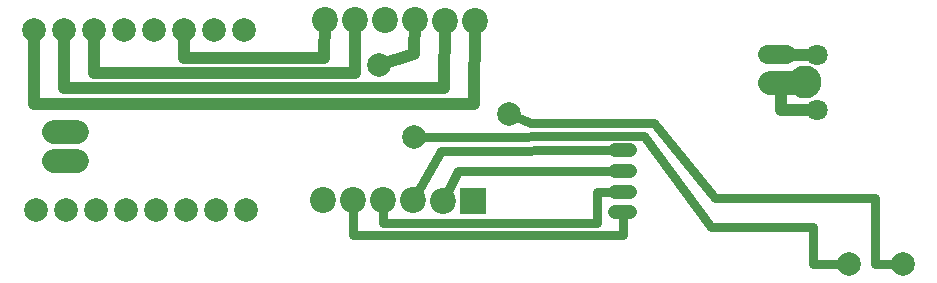
<source format=gbr>
%FSLAX34Y34*%
%MOMM*%
%LNCOPPER_BOTTOM*%
G71*
G01*
%ADD10C,1.200*%
%ADD11C,0.800*%
%ADD12C,2.200*%
%ADD13C,2.000*%
%ADD14C,2.000*%
%ADD15C,1.000*%
%ADD16C,2.800*%
%ADD17C,1.600*%
%ADD18C,2.000*%
%ADD19C,1.800*%
%LPD*%
G54D10*
X545500Y80500D02*
X533500Y80500D01*
G54D10*
X545500Y63000D02*
X533500Y63000D01*
G54D10*
X545500Y45500D02*
X533500Y45500D01*
G54D10*
X545500Y28000D02*
X533500Y28000D01*
G54D11*
X362115Y38165D02*
X386000Y80000D01*
X539500Y80500D01*
G54D11*
X539500Y63000D02*
X400000Y63000D01*
X387514Y37943D01*
G54D11*
X336716Y38387D02*
X337000Y19000D01*
X518000Y19000D01*
X517500Y45500D01*
X539500Y45500D01*
G54D11*
X539500Y28000D02*
X539500Y9000D01*
X311000Y9000D01*
X311317Y38608D01*
G36*
X424009Y48625D02*
X402009Y48817D01*
X401817Y26818D01*
X423817Y26626D01*
X424009Y48625D01*
G37*
X387514Y37943D02*
G54D12*
D03*
X362115Y38165D02*
G54D12*
D03*
X336716Y38387D02*
G54D12*
D03*
X311317Y38608D02*
G54D12*
D03*
X285918Y38830D02*
G54D12*
D03*
X287248Y191224D02*
G54D12*
D03*
X312647Y191002D02*
G54D12*
D03*
X338046Y190781D02*
G54D12*
D03*
X363445Y190559D02*
G54D12*
D03*
X388844Y190338D02*
G54D12*
D03*
X414243Y190116D02*
G54D12*
D03*
X41309Y182902D02*
G54D13*
D03*
X66709Y182880D02*
G54D13*
D03*
X92109Y182858D02*
G54D13*
D03*
X142909Y182813D02*
G54D13*
D03*
X168308Y182791D02*
G54D13*
D03*
X193709Y182769D02*
G54D13*
D03*
X219108Y182747D02*
G54D13*
D03*
X117508Y182836D02*
G54D13*
D03*
X42506Y30507D02*
G54D13*
D03*
X67906Y30485D02*
G54D13*
D03*
X93305Y30462D02*
G54D13*
D03*
X144105Y30418D02*
G54D13*
D03*
X169506Y30396D02*
G54D13*
D03*
X194906Y30374D02*
G54D13*
D03*
X220306Y30352D02*
G54D13*
D03*
X118705Y30440D02*
G54D13*
D03*
G54D14*
X78000Y72000D02*
X58000Y72000D01*
G54D14*
X78000Y96000D02*
X58000Y96000D01*
G54D15*
X287248Y191224D02*
X287000Y159000D01*
X168027Y158973D01*
X168308Y182791D01*
G54D15*
X92109Y182858D02*
X92000Y146000D01*
X312979Y146000D01*
X312647Y191002D01*
G54D15*
X66709Y182880D02*
X67000Y133000D01*
X388000Y133000D01*
X388844Y190338D01*
G54D15*
X41309Y182902D02*
X41000Y120000D01*
X414000Y120000D01*
X414243Y190116D01*
X333000Y153000D02*
G54D13*
D03*
G54D15*
X333000Y153000D02*
X363000Y162000D01*
X363445Y190559D01*
G54D11*
X731000Y-16000D02*
X701000Y-16000D01*
X701000Y16000D01*
X614000Y16000D01*
X558000Y93000D01*
X363000Y92000D01*
X363000Y92000D02*
G54D13*
D03*
X443000Y111000D02*
G54D13*
D03*
G54D11*
X777000Y-16000D02*
X753000Y-16000D01*
X753000Y40000D01*
X618000Y40000D01*
X566000Y104000D01*
X462000Y104000D01*
X443000Y111000D01*
X694050Y138050D02*
G54D16*
D03*
G54D14*
X684000Y138000D02*
X664000Y138000D01*
G54D17*
X678152Y162000D02*
X662152Y162000D01*
X777000Y-16000D02*
G54D18*
D03*
X731000Y-16000D02*
G54D18*
D03*
X704050Y161050D02*
G54D19*
D03*
X704050Y115050D02*
G54D19*
D03*
G54D15*
X704050Y161050D02*
X671102Y161050D01*
X670152Y162000D01*
G54D15*
X704050Y115050D02*
X674050Y115050D01*
X674000Y138000D01*
M02*

</source>
